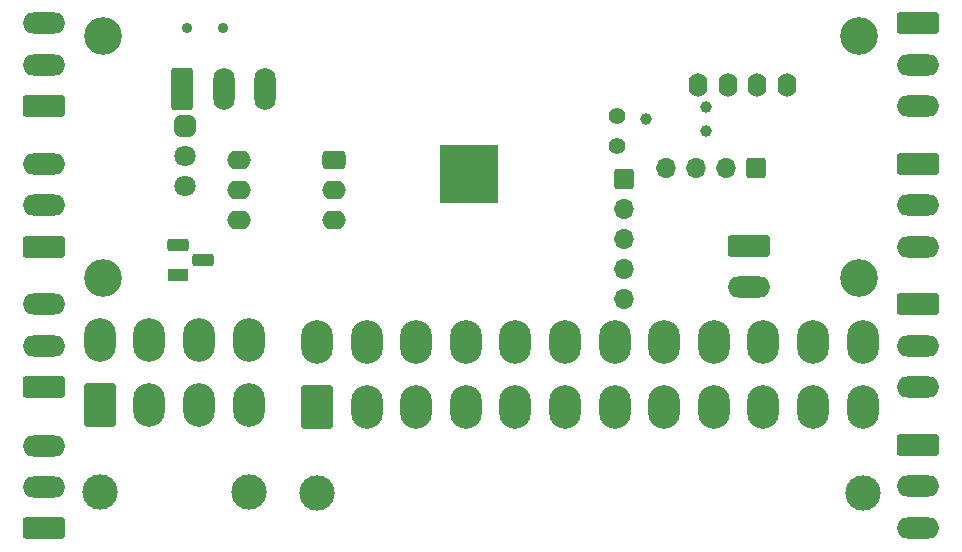
<source format=gbr>
%TF.GenerationSoftware,KiCad,Pcbnew,8.0.7*%
%TF.CreationDate,2025-01-14T22:55:28+01:00*%
%TF.ProjectId,esp32_octal_wled,65737033-325f-46f6-9374-616c5f776c65,rev?*%
%TF.SameCoordinates,Original*%
%TF.FileFunction,Soldermask,Bot*%
%TF.FilePolarity,Negative*%
%FSLAX46Y46*%
G04 Gerber Fmt 4.6, Leading zero omitted, Abs format (unit mm)*
G04 Created by KiCad (PCBNEW 8.0.7) date 2025-01-14 22:55:28*
%MOMM*%
%LPD*%
G01*
G04 APERTURE LIST*
G04 Aperture macros list*
%AMRoundRect*
0 Rectangle with rounded corners*
0 $1 Rounding radius*
0 $2 $3 $4 $5 $6 $7 $8 $9 X,Y pos of 4 corners*
0 Add a 4 corners polygon primitive as box body*
4,1,4,$2,$3,$4,$5,$6,$7,$8,$9,$2,$3,0*
0 Add four circle primitives for the rounded corners*
1,1,$1+$1,$2,$3*
1,1,$1+$1,$4,$5*
1,1,$1+$1,$6,$7*
1,1,$1+$1,$8,$9*
0 Add four rect primitives between the rounded corners*
20,1,$1+$1,$2,$3,$4,$5,0*
20,1,$1+$1,$4,$5,$6,$7,0*
20,1,$1+$1,$6,$7,$8,$9,0*
20,1,$1+$1,$8,$9,$2,$3,0*%
G04 Aperture macros list end*
%ADD10C,3.200000*%
%ADD11C,1.400000*%
%ADD12R,5.000000X5.000000*%
%ADD13C,0.900000*%
%ADD14C,0.990600*%
%ADD15RoundRect,0.250000X1.550000X-0.650000X1.550000X0.650000X-1.550000X0.650000X-1.550000X-0.650000X0*%
%ADD16O,3.600000X1.800000*%
%ADD17RoundRect,0.250000X-1.550000X0.650000X-1.550000X-0.650000X1.550000X-0.650000X1.550000X0.650000X0*%
%ADD18RoundRect,0.400000X0.600000X0.400000X-0.600000X0.400000X-0.600000X-0.400000X0.600000X-0.400000X0*%
%ADD19O,2.000000X1.600000*%
%ADD20C,3.000000*%
%ADD21RoundRect,0.250001X-1.099999X-1.599999X1.099999X-1.599999X1.099999X1.599999X-1.099999X1.599999X0*%
%ADD22O,2.700000X3.700000*%
%ADD23RoundRect,0.450000X-0.450000X0.450000X-0.450000X-0.450000X0.450000X-0.450000X0.450000X0.450000X0*%
%ADD24C,1.800000*%
%ADD25RoundRect,0.250000X0.600000X0.600000X-0.600000X0.600000X-0.600000X-0.600000X0.600000X-0.600000X0*%
%ADD26O,1.700000X1.700000*%
%ADD27R,1.800000X1.100000*%
%ADD28RoundRect,0.275000X0.625000X-0.275000X0.625000X0.275000X-0.625000X0.275000X-0.625000X-0.275000X0*%
%ADD29O,1.600000X2.000000*%
%ADD30RoundRect,0.250000X-0.650000X-1.550000X0.650000X-1.550000X0.650000X1.550000X-0.650000X1.550000X0*%
%ADD31O,1.800000X3.600000*%
%ADD32RoundRect,0.250000X0.600000X-0.600000X0.600000X0.600000X-0.600000X0.600000X-0.600000X-0.600000X0*%
G04 APERTURE END LIST*
D10*
%TO.C,H4*%
X113000000Y-124000000D03*
%TD*%
%TO.C,H2*%
X177000000Y-103500000D03*
%TD*%
D11*
%TO.C,J9*%
X156500000Y-110300000D03*
X156500000Y-112840000D03*
%TD*%
D12*
%TO.C,U2*%
X143995000Y-115190000D03*
%TD*%
D10*
%TO.C,H1*%
X113000000Y-103500000D03*
%TD*%
%TO.C,H3*%
X177000000Y-124000000D03*
%TD*%
D13*
%TO.C,SW1*%
X123100000Y-102842500D03*
X120100000Y-102842500D03*
%TD*%
D14*
%TO.C,J3*%
X158960000Y-110535000D03*
X164040000Y-109519000D03*
X164040000Y-111551000D03*
%TD*%
D15*
%TO.C,J7*%
X107995000Y-109450000D03*
D16*
X107995000Y-105950000D03*
X107995000Y-102450000D03*
%TD*%
D17*
%TO.C,J14*%
X181995000Y-114350000D03*
D16*
X181995000Y-117850000D03*
X181995000Y-121350000D03*
%TD*%
D18*
%TO.C,U6*%
X132500000Y-114000000D03*
D19*
X132500000Y-116540000D03*
X132500000Y-119080000D03*
X124480000Y-119080000D03*
X124480000Y-116540000D03*
X124480000Y-114000000D03*
%TD*%
D17*
%TO.C,J15*%
X181995000Y-126250000D03*
D16*
X181995000Y-129750000D03*
X181995000Y-133250000D03*
%TD*%
D15*
%TO.C,J1*%
X107995000Y-145200000D03*
D16*
X107995000Y-141700000D03*
X107995000Y-138200000D03*
%TD*%
D20*
%TO.C,J12*%
X131095000Y-142200000D03*
X177295000Y-142200000D03*
D21*
X131095000Y-134900000D03*
D22*
X135295000Y-134900000D03*
X139495000Y-134900000D03*
X143695000Y-134900000D03*
X147895000Y-134900000D03*
X152095000Y-134900000D03*
X156295000Y-134900000D03*
X160495000Y-134900000D03*
X164695000Y-134900000D03*
X168895000Y-134900000D03*
X173095000Y-134900000D03*
X177295000Y-134900000D03*
X131095000Y-129400000D03*
X135295000Y-129400000D03*
X139495000Y-129400000D03*
X143695000Y-129400000D03*
X147895000Y-129400000D03*
X152095000Y-129400000D03*
X156295000Y-129400000D03*
X160495000Y-129400000D03*
X164695000Y-129400000D03*
X168895000Y-129400000D03*
X173095000Y-129400000D03*
X177295000Y-129400000D03*
%TD*%
D15*
%TO.C,J2*%
X107995000Y-133250000D03*
D16*
X107995000Y-129750000D03*
X107995000Y-126250000D03*
%TD*%
D23*
%TO.C,U10*%
X119946000Y-111110000D03*
D24*
X119946000Y-113650000D03*
X119946000Y-116190000D03*
%TD*%
D17*
%TO.C,J13*%
X181995000Y-102450000D03*
D16*
X181995000Y-105950000D03*
X181995000Y-109450000D03*
%TD*%
D25*
%TO.C,J17*%
X157100000Y-115650000D03*
D26*
X157100000Y-118190000D03*
X157100000Y-120730000D03*
X157100000Y-123270000D03*
X157100000Y-125810000D03*
%TD*%
D17*
%TO.C,J5*%
X167700000Y-121317500D03*
D16*
X167700000Y-124817500D03*
%TD*%
D27*
%TO.C,U9*%
X119350000Y-123800000D03*
D28*
X121420000Y-122530000D03*
X119350000Y-121260000D03*
%TD*%
D29*
%TO.C,J11*%
X163350000Y-107672500D03*
X165850000Y-107672500D03*
X168350000Y-107672500D03*
X170850000Y-107672500D03*
%TD*%
D30*
%TO.C,J4*%
X119700000Y-107995000D03*
D31*
X123200000Y-107995000D03*
X126700000Y-107995000D03*
%TD*%
D15*
%TO.C,J6*%
X108000000Y-121350000D03*
D16*
X108000000Y-117850000D03*
X108000000Y-114350000D03*
%TD*%
D32*
%TO.C,J18*%
X168300000Y-114675000D03*
D26*
X165760000Y-114675000D03*
X163220000Y-114675000D03*
X160680000Y-114675000D03*
%TD*%
D17*
%TO.C,J16*%
X181995000Y-138150000D03*
D16*
X181995000Y-141650000D03*
X181995000Y-145150000D03*
%TD*%
D20*
%TO.C,J8*%
X112695000Y-142100000D03*
X125295000Y-142100000D03*
D21*
X112695000Y-134800000D03*
D22*
X116895000Y-134800000D03*
X121095000Y-134800000D03*
X125295000Y-134800000D03*
X112695000Y-129300000D03*
X116895000Y-129300000D03*
X121095000Y-129300000D03*
X125295000Y-129300000D03*
%TD*%
M02*

</source>
